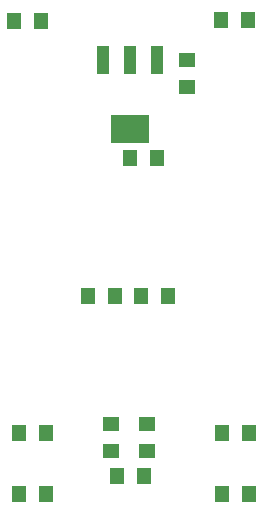
<source format=gbp>
G04*
G04 #@! TF.GenerationSoftware,Altium Limited,Altium Designer,18.1.6 (161)*
G04*
G04 Layer_Color=128*
%FSTAX24Y24*%
%MOIN*%
G70*
G01*
G75*
%ADD18R,0.0550X0.0500*%
%ADD19R,0.0500X0.0550*%
%ADD51R,0.0394X0.0945*%
%ADD52R,0.1299X0.0945*%
D18*
X015472Y014758D02*
D03*
Y013858D02*
D03*
X014291D02*
D03*
Y014758D02*
D03*
X016811Y02599D02*
D03*
Y02689D02*
D03*
D19*
X01797Y02821D02*
D03*
X01887D02*
D03*
X01442Y01904D02*
D03*
X01352D02*
D03*
X01618D02*
D03*
X01528D02*
D03*
X01123Y01446D02*
D03*
X01213D02*
D03*
X01123Y01241D02*
D03*
X01213D02*
D03*
X014476Y013032D02*
D03*
X015376D02*
D03*
X01889Y01244D02*
D03*
X01799D02*
D03*
X01888Y01446D02*
D03*
X01798D02*
D03*
X011947Y028206D02*
D03*
X011047D02*
D03*
X015821Y023622D02*
D03*
X014921D02*
D03*
D51*
X014016Y02689D02*
D03*
X014921D02*
D03*
X015827D02*
D03*
D52*
X014921Y024606D02*
D03*
M02*

</source>
